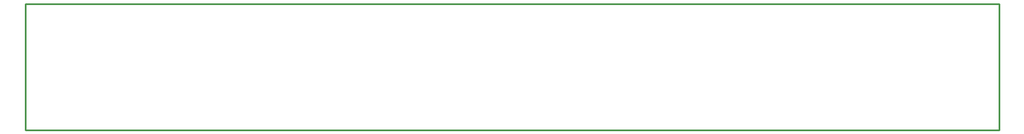
<source format=gbr>
G04 (created by PCBNEW (2013-jul-07)-stable) date Wed 10 Jun 2015 05:24:05 PM PDT*
%MOIN*%
G04 Gerber Fmt 3.4, Leading zero omitted, Abs format*
%FSLAX34Y34*%
G01*
G70*
G90*
G04 APERTURE LIST*
%ADD10C,0.00590551*%
%ADD11C,0.01*%
G04 APERTURE END LIST*
G54D10*
G54D11*
X15750Y-35750D02*
X73250Y-35750D01*
X15750Y-28250D02*
X73250Y-28250D01*
X73250Y-28250D02*
X73250Y-35750D01*
X15750Y-28250D02*
X15750Y-35750D01*
M02*

</source>
